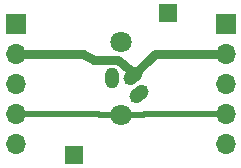
<source format=gtl>
G04 #@! TF.GenerationSoftware,KiCad,Pcbnew,(6.0.9)*
G04 #@! TF.CreationDate,2024-12-23T09:42:26+09:00*
G04 #@! TF.ProjectId,Nuvistor,4e757669-7374-46f7-922e-6b696361645f,rev?*
G04 #@! TF.SameCoordinates,Original*
G04 #@! TF.FileFunction,Copper,L1,Top*
G04 #@! TF.FilePolarity,Positive*
%FSLAX46Y46*%
G04 Gerber Fmt 4.6, Leading zero omitted, Abs format (unit mm)*
G04 Created by KiCad (PCBNEW (6.0.9)) date 2024-12-23 09:42:26*
%MOMM*%
%LPD*%
G01*
G04 APERTURE LIST*
G04 Aperture macros list*
%AMRoundRect*
0 Rectangle with rounded corners*
0 $1 Rounding radius*
0 $2 $3 $4 $5 $6 $7 $8 $9 X,Y pos of 4 corners*
0 Add a 4 corners polygon primitive as box body*
4,1,4,$2,$3,$4,$5,$6,$7,$8,$9,$2,$3,0*
0 Add four circle primitives for the rounded corners*
1,1,$1+$1,$2,$3*
1,1,$1+$1,$4,$5*
1,1,$1+$1,$6,$7*
1,1,$1+$1,$8,$9*
0 Add four rect primitives between the rounded corners*
20,1,$1+$1,$2,$3,$4,$5,0*
20,1,$1+$1,$4,$5,$6,$7,0*
20,1,$1+$1,$6,$7,$8,$9,0*
20,1,$1+$1,$8,$9,$2,$3,0*%
%AMHorizOval*
0 Thick line with rounded ends*
0 $1 width*
0 $2 $3 position (X,Y) of the first rounded end (center of the circle)*
0 $4 $5 position (X,Y) of the second rounded end (center of the circle)*
0 Add line between two ends*
20,1,$1,$2,$3,$4,$5,0*
0 Add two circle primitives to create the rounded ends*
1,1,$1,$2,$3*
1,1,$1,$4,$5*%
G04 Aperture macros list end*
G04 #@! TA.AperFunction,ComponentPad*
%ADD10R,1.700000X1.700000*%
G04 #@! TD*
G04 #@! TA.AperFunction,ComponentPad*
%ADD11O,1.700000X1.700000*%
G04 #@! TD*
G04 #@! TA.AperFunction,ComponentPad*
%ADD12C,1.800000*%
G04 #@! TD*
G04 #@! TA.AperFunction,ComponentPad*
%ADD13HorizOval,1.200000X0.229813X0.192836X-0.229813X-0.192836X0*%
G04 #@! TD*
G04 #@! TA.AperFunction,ComponentPad*
%ADD14O,1.200000X1.800000*%
G04 #@! TD*
G04 #@! TA.AperFunction,ComponentPad*
%ADD15RoundRect,0.250000X-0.550000X-0.550000X0.550000X-0.550000X0.550000X0.550000X-0.550000X0.550000X0*%
G04 #@! TD*
G04 #@! TA.AperFunction,Conductor*
%ADD16C,0.750000*%
G04 #@! TD*
G04 #@! TA.AperFunction,Conductor*
%ADD17C,0.500000*%
G04 #@! TD*
G04 APERTURE END LIST*
D10*
X25400000Y-25844500D03*
D11*
X25400000Y-28384500D03*
X25400000Y-30924500D03*
X25400000Y-33464500D03*
X25400000Y-36004500D03*
D10*
X43180000Y-25844500D03*
D11*
X43180000Y-28384500D03*
X43180000Y-30924500D03*
X43180000Y-33464500D03*
X43180000Y-36004500D03*
D12*
X34290000Y-27368500D03*
X34290000Y-33591500D03*
D13*
X35829000Y-31813500D03*
X35289613Y-30287164D03*
D14*
X33520200Y-30480000D03*
D15*
X30290000Y-36924500D03*
X38290000Y-24924500D03*
D16*
X31115000Y-28384500D02*
X25400000Y-28384500D01*
D17*
X35059800Y-30480000D02*
X35059800Y-29789300D01*
D16*
X32004000Y-28892500D02*
X31115000Y-28384500D01*
X35059800Y-30480000D02*
X37155300Y-28384500D01*
X37155300Y-28384500D02*
X43180000Y-28384500D01*
X34036000Y-28892500D02*
X32004000Y-28892500D01*
X35059800Y-29789300D02*
X34036000Y-28892500D01*
D17*
X25400000Y-33464500D02*
X32385000Y-33464500D01*
X43180000Y-33464500D02*
X36322000Y-33464500D01*
X32512000Y-33591500D02*
X32385000Y-33464500D01*
X34290000Y-33591500D02*
X32512000Y-33591500D01*
X36322000Y-33464500D02*
X36195000Y-33591500D01*
X36195000Y-33591500D02*
X34290000Y-33591500D01*
M02*

</source>
